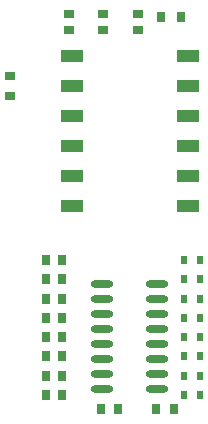
<source format=gbr>
G04*
G04 #@! TF.GenerationSoftware,Altium Limited,Altium Designer,24.9.1 (31)*
G04*
G04 Layer_Color=128*
%FSLAX25Y25*%
%MOIN*%
G70*
G04*
G04 #@! TF.SameCoordinates,0464F855-7F2B-49EB-A455-A8C15B23BB70*
G04*
G04*
G04 #@! TF.FilePolarity,Positive*
G04*
G01*
G75*
%ADD16R,0.03110X0.03661*%
%ADD22R,0.03150X0.03543*%
%ADD27R,0.03197X0.02593*%
%ADD28R,0.02756X0.03543*%
%ADD68R,0.02362X0.03150*%
%ADD69O,0.07480X0.02362*%
%ADD70R,0.07500X0.04016*%
%ADD71R,0.03661X0.03110*%
D16*
X152772Y236500D02*
D03*
X159228D02*
D03*
D22*
X156953Y106000D02*
D03*
X151047D02*
D03*
X138453D02*
D03*
X132547D02*
D03*
D27*
X122000Y237664D02*
D03*
Y232336D02*
D03*
X145000Y237664D02*
D03*
Y232336D02*
D03*
X133500Y237664D02*
D03*
Y232336D02*
D03*
D28*
X114244Y155500D02*
D03*
X119756D02*
D03*
X114244Y149083D02*
D03*
X119756D02*
D03*
X114244Y142667D02*
D03*
X119756D02*
D03*
X114244Y136250D02*
D03*
X119756D02*
D03*
X114244Y129833D02*
D03*
X119756D02*
D03*
X114244Y117000D02*
D03*
X119756D02*
D03*
X114244Y110500D02*
D03*
X119756D02*
D03*
X114244Y123417D02*
D03*
X119756D02*
D03*
D68*
X160441Y110500D02*
D03*
X165559D02*
D03*
X160441Y117000D02*
D03*
X165559D02*
D03*
X160441Y123417D02*
D03*
X165559D02*
D03*
X160441Y129833D02*
D03*
X165559D02*
D03*
X160441Y136250D02*
D03*
X165559D02*
D03*
X160441Y142667D02*
D03*
X165559D02*
D03*
X160441Y149083D02*
D03*
X165559D02*
D03*
X160441Y155500D02*
D03*
X165559D02*
D03*
D69*
X151504Y147500D02*
D03*
Y142500D02*
D03*
Y137500D02*
D03*
Y132500D02*
D03*
Y127500D02*
D03*
Y122500D02*
D03*
Y117500D02*
D03*
Y112500D02*
D03*
X133000Y147500D02*
D03*
Y142500D02*
D03*
Y137500D02*
D03*
Y132500D02*
D03*
Y127500D02*
D03*
Y122500D02*
D03*
Y117500D02*
D03*
Y112500D02*
D03*
D70*
X161841Y223500D02*
D03*
X123159D02*
D03*
X161841Y213500D02*
D03*
X123159D02*
D03*
X161841Y203500D02*
D03*
X123159D02*
D03*
X161841Y193500D02*
D03*
X123159D02*
D03*
X161841Y183500D02*
D03*
X123159D02*
D03*
X161841Y173500D02*
D03*
X123159D02*
D03*
D71*
X102500Y216728D02*
D03*
Y210272D02*
D03*
M02*

</source>
